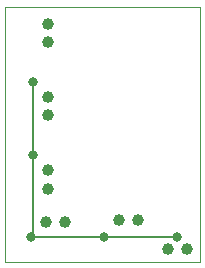
<source format=gbl>
G75*
%MOIN*%
%OFA0B0*%
%FSLAX24Y24*%
%IPPOS*%
%LPD*%
%AMOC8*
5,1,8,0,0,1.08239X$1,22.5*
%
%ADD10C,0.0000*%
%ADD11C,0.0397*%
%ADD12C,0.0317*%
%ADD13C,0.0060*%
D10*
X002392Y002517D02*
X002392Y011017D01*
X008892Y011017D01*
X008892Y002517D01*
X002392Y002517D01*
D11*
X003767Y003829D03*
X004392Y003829D03*
X003829Y004954D03*
X003829Y005579D03*
X003829Y007392D03*
X003829Y008017D03*
X003829Y009829D03*
X003829Y010454D03*
X006204Y003892D03*
X006829Y003892D03*
X007829Y002954D03*
X008454Y002954D03*
D12*
X008142Y003329D03*
X005704Y003329D03*
X003267Y003329D03*
X003329Y006079D03*
X003329Y008517D03*
D13*
X003329Y006079D01*
X003329Y003392D01*
X003267Y003329D01*
X005704Y003329D01*
X008142Y003329D01*
M02*

</source>
